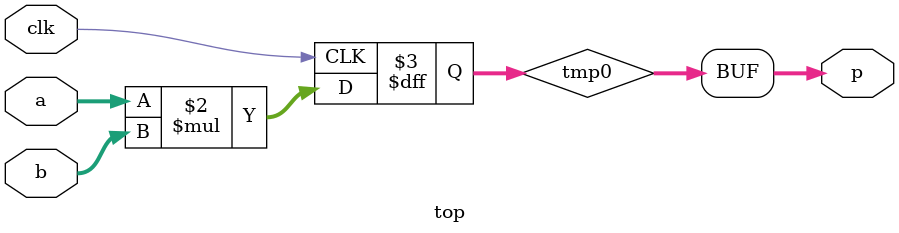
<source format=v>

module top(input clk, input [15:0] a, b, output [15:0] p);

  reg [15:0] tmp0;

  always @ (posedge clk) begin
    tmp0 <= a * b;
  end

  assign p = tmp0;

endmodule

// CHECK: module top(a, b, clk, p);
// CHECK:   ALU54A #(
// CHECK:   MULT18X18C #(
// CHECK: endmodule
</source>
